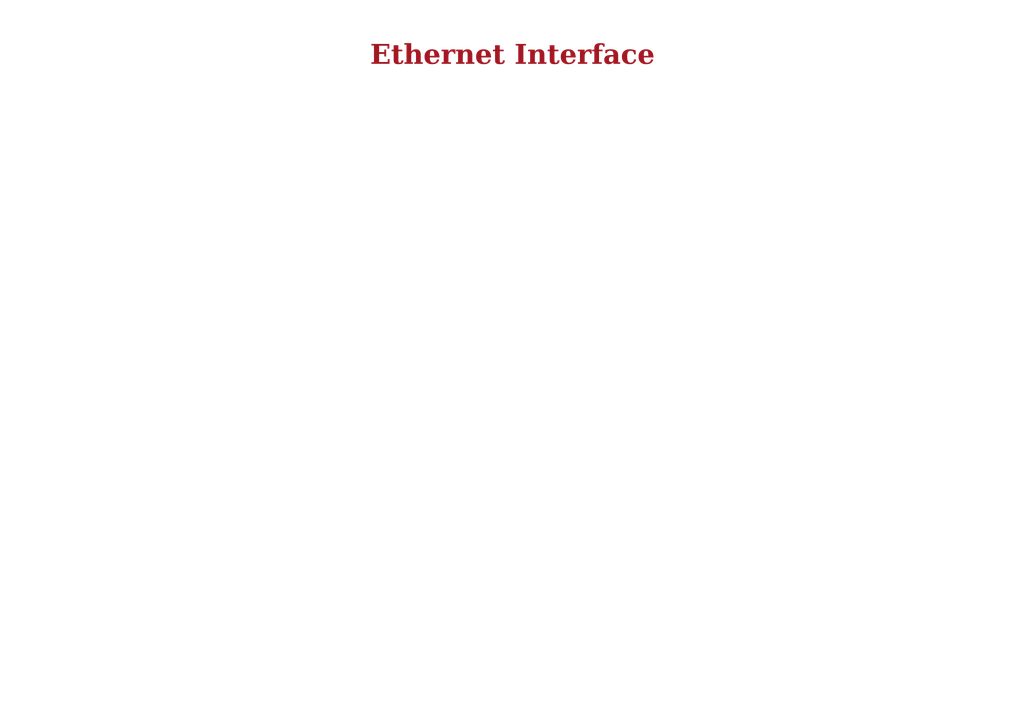
<source format=kicad_sch>
(kicad_sch
	(version 20250114)
	(generator "eeschema")
	(generator_version "9.0")
	(uuid "3d9e5a1a-caa3-4c2f-b027-b0dc36b9a4f4")
	(paper "A3")
	(title_block
		(title "Ethernet Interface")
		(date "2026-02-05")
		(rev "1.0.0")
		(company "DvidMakesThings")
	)
	(lib_symbols)
	(text_box "Ethernet Interface"
		(exclude_from_sim no)
		(at 12.7 16.51 0)
		(size 394.97 12.7)
		(margins 5.9999 5.9999 5.9999 5.9999)
		(stroke
			(width -0.0001)
			(type solid)
		)
		(fill
			(type none)
		)
		(effects
			(font
				(face "Times New Roman")
				(size 8 8)
				(thickness 1.2)
				(bold yes)
				(color 162 22 34 1)
			)
		)
		(uuid "32f5c962-7130-4ffa-9982-3fc8f3539606")
	)
)

</source>
